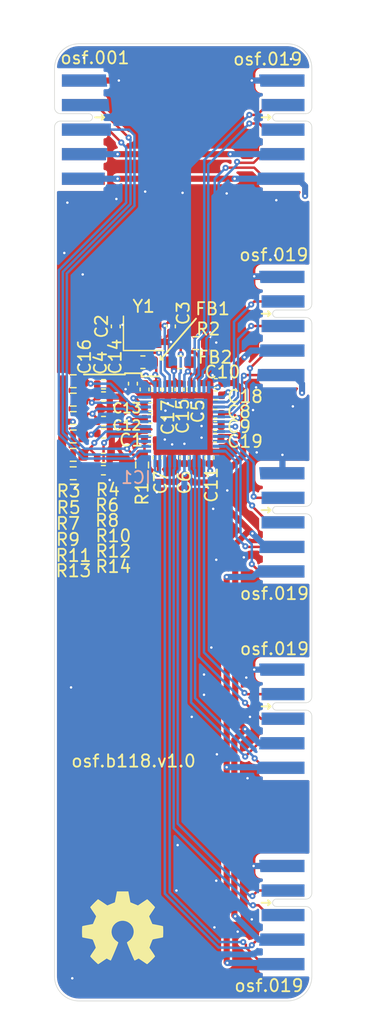
<source format=kicad_pcb>
(kicad_pcb (version 20211014) (generator pcbnew)
  (layers (0 "F.Cu" signal) (1 "In1.Cu" signal) (2 "In2.Cu" signal) (31 "B.Cu" signal) (34 "B.Paste" user) (35 "F.Paste" user) (36 "B.SilkS" user "B.Silkscreen") (37 "F.SilkS" user "F.Silkscreen") (38 "B.Mask" user) (39 "F.Mask" user) (44 "Edge.Cuts" user))
  (net 0 "")
  (net 1 "/switch/~{RESET}")
  (net 2 "GND")
  (net 3 "Net-(C2-Pad1)")
  (net 4 "Net-(C3-Pad1)")
  (net 5 "/switch/1.0V")
  (net 6 "/switch/3.3VA")
  (net 7 "/switch/1.0VA")
  (net 8 "/switch/RXP1")
  (net 9 "/switch/RXM1")
  (net 10 "/switch/TXM1")
  (net 11 "/switch/TXP1")
  (net 12 "/switch/RXP2")
  (net 13 "/switch/RXM2")
  (net 14 "/switch/TXM2")
  (net 15 "/switch/TXP2")
  (net 16 "/switch/RXP3")
  (net 17 "/switch/RXM3")
  (net 18 "/switch/TXM3")
  (net 19 "/switch/TXP3")
  (net 20 "/switch/RXP4")
  (net 21 "/switch/RXM4")
  (net 22 "/switch/TXM4")
  (net 23 "/switch/TXP4")
  (net 24 "/switch/SCL")
  (net 25 "/switch/SDA")
  (net 26 "/switch/LDIND")
  (net 27 "/switch/P0LED")
  (net 28 "/switch/P1LED")
  (net 29 "/switch/P2LED")
  (net 30 "/switch/P3LED")
  (net 31 "/switch/P4LED")
  (net 32 "Net-(IC1-Pad42)")
  (net 33 "/switch/RXP0")
  (net 34 "/switch/RXM0")
  (net 35 "/switch/TXM0")
  (net 36 "/switch/TXP0")
  (net 39 "+3.3V")
  (net 40 "+5V")
  (footprint "Resistor_SMD:R_0603_1608Metric" (layer "F.Cu") (at 141.525 125)
    (fp_text reference "R13")
    (fp_text value "1k")
  )
  (footprint "Resistor_SMD:R_0603_1608Metric" (layer "F.Cu") (at 147.15 124.325 90)
    (fp_text reference "R1")
    (fp_text value "10k")
  )
  (footprint "Capacitor_SMD:C_0402_1005Metric" (layer "F.Cu") (at 149.5 113.03 -90)
    (fp_text reference "C3")
    (fp_text value "22pF")
  )
  (footprint "Capacitor_SMD:C_0402_1005Metric" (layer "F.Cu") (at 150.6 123.73 90)
    (fp_text reference "C6")
    (fp_text value "1uF")
  )
  (footprint "Resistor_SMD:R_0603_1608Metric" (layer "F.Cu") (at 141.525 123.5)
    (fp_text reference "R11")
    (fp_text value "1k")
  )
  (footprint "Capacitor_SMD:C_0402_1005Metric" (layer "F.Cu") (at 151.15 118.17 -90)
    (fp_text reference "C5")
    (fp_text value "10uF")
  )
  (footprint "Resistor_SMD:R_0402_1005Metric" (layer "F.Cu") (at 143.99 124.75)
    (fp_text reference "R14")
    (fp_text value "d.n.p")
  )
  (footprint "Capacitor_SMD:C_0402_1005Metric" (layer "F.Cu") (at 153.1 122.1 180)
    (fp_text reference "C19")
    (fp_text value "1uF")
  )
  (footprint "on_edge:on_edge_2x05_host" (layer "F.Cu") (at 161 129 -90)
    (fp_text reference "J3")
    (fp_text value "019_100BASE-T_with_CT")
    (fp_line (start -0.2 0) (end 4 0) (layer "Edge.Cuts") (width 0.05))
    (fp_line (start -1.3 0.5) (end -1.3 2.9) (layer "Edge.Cuts") (width 0.05))
    (fp_line (start -4 0) (end -1.8 0) (layer "Edge.Cuts") (width 0.05))
    (fp_line (start -0.7 2.9) (end -0.7 0.5) (layer "Edge.Cuts") (width 0.05))
    (fp_arc (start -0.7 2.9) (mid -1 3.2) (end -1.3 2.9) (layer "Edge.Cuts") (width 0.05))
    (fp_arc (start -0.7 0.5) (mid -0.553553 0.146447) (end -0.2 0) (layer "Edge.Cuts") (width 0.05))
    (fp_arc (start -1.8 0) (mid -1.446447 0.146447) (end -1.3 0.5) (layer "Edge.Cuts") (width 0.05))
  )
  (footprint "Inductor_SMD:L_0603_1608Metric" (layer "F.Cu") (at 150.2375 115.95 180)
    (fp_text reference "FB2")
    (fp_text value "Ferrite_Bead_Small")
  )
  (footprint "Capacitor_SMD:C_0402_1005Metric" (layer "F.Cu") (at 147.35 118.17 -90)
    (fp_text reference "C16")
    (fp_text value "1uF")
  )
  (footprint "Crystal:Crystal_SMD_2520-4Pin_2.5x2.0mm" (layer "F.Cu") (at 147.275 113.6)
    (fp_text reference "Y1")
    (fp_text value "25Mhz")
  )
  (footprint "on_edge:on_edge_2x05_host" (layer "F.Cu") (at 161 97 -90)
    (fp_text reference "J6")
    (fp_text value "019_100BASE-T_with_CT")
    (fp_line (start -0.7 2.9) (end -0.7 0.5) (layer "Edge.Cuts") (width 0.05))
    (fp_line (start -1.3 0.5) (end -1.3 2.9) (layer "Edge.Cuts") (width 0.05))
    (fp_line (start -4 0) (end -1.8 0) (layer "Edge.Cuts") (width 0.05))
    (fp_line (start -0.2 0) (end 4 0) (layer "Edge.Cuts") (width 0.05))
    (fp_arc (start -0.7 0.5) (mid -0.553553 0.146447) (end -0.2 0) (layer "Edge.Cuts") (width 0.05))
    (fp_arc (start -0.7 2.9) (mid -1 3.2) (end -1.3 2.9) (layer "Edge.Cuts") (width 0.05))
    (fp_arc (start -1.8 0) (mid -1.446447 0.146447) (end -1.3 0.5) (layer "Edge.Cuts") (width 0.05))
  )
  (footprint "Symbol:OSHW-Symbol_6.7x6mm_SilkScreen" (layer "F.Cu") (at 145.55 162.05)
    (fp_text reference "LOGO1" hide)
    (fp_text value "Logo_Open_Hardware_Small" hide)
  )
  (footprint "Capacitor_SMD:C_0402_1005Metric" (layer "F.Cu") (at 150.2 118.17 -90)
    (fp_text reference "C15")
    (fp_text value "10uF")
  )
  (footprint "Resistor_SMD:R_0603_1608Metric" (layer "F.Cu") (at 141.525 122)
    (fp_text reference "R9")
    (fp_text value "1k")
  )
  (footprint "Capacitor_SMD:C_0402_1005Metric" (layer "F.Cu") (at 152.65 123.73 90)
    (fp_text reference "C11")
    (fp_text value "1uF")
  )
  (footprint "on_edge:on_edge_2x05_host" (layer "F.Cu") (at 161 113 -90)
    (fp_text reference "J2")
    (fp_text value "019_100BASE-T_with_CT")
    (fp_line (start -0.2 0) (end 4 0) (layer "Edge.Cuts") (width 0.05))
    (fp_line (start -0.7 2.9) (end -0.7 0.5) (layer "Edge.Cuts") (width 0.05))
    (fp_line (start -4 0) (end -1.8 0) (layer "Edge.Cuts") (width 0.05))
    (fp_line (start -1.3 0.5) (end -1.3 2.9) (layer "Edge.Cuts") (width 0.05))
    (fp_arc (start -1.8 0) (mid -1.446447 0.146447) (end -1.3 0.5) (layer "Edge.Cuts") (width 0.05))
    (fp_arc (start -0.7 2.9) (mid -1 3.2) (end -1.3 2.9) (layer "Edge.Cuts") (width 0.05))
    (fp_arc (start -0.7 0.5) (mid -0.553553 0.146447) (end -0.2 0) (layer "Edge.Cuts") (width 0.05))
  )
  (footprint "Resistor_SMD:R_0402_1005Metric" (layer "F.Cu") (at 144 120.75)
    (fp_text reference "R8")
    (fp_text value "d.n.p")
  )
  (footprint "Capacitor_SMD:C_0402_1005Metric" (layer "F.Cu") (at 146.4 117.7 -90)
    (fp_text reference "C4")
    (fp_text value "10uF")
  )
  (footprint "on_edge:on_edge_2x05_host" (layer "F.Cu") (at 161 161 -90)
    (fp_text reference "J5")
    (fp_text value "019_100BASE-T_with_CT")
    (fp_line (start -4 0) (end -1.8 0) (layer "Edge.Cuts") (width 0.05))
    (fp_line (start -0.7 2.9) (end -0.7 0.5) (layer "Edge.Cuts") (width 0.05))
    (fp_line (start -1.3 0.5) (end -1.3 2.9) (layer "Edge.Cuts") (width 0.05))
    (fp_line (start -0.2 0) (end 4 0) (layer "Edge.Cuts") (width 0.05))
    (fp_arc (start -0.7 0.5) (mid -0.553553 0.146447) (end -0.2 0) (layer "Edge.Cuts") (width 0.05))
    (fp_arc (start -0.7 2.9) (mid -1 3.2) (end -1.3 2.9) (layer "Edge.Cuts") (width 0.05))
    (fp_arc (start -1.8 0) (mid -1.446447 0.146447) (end -1.3 0.5) (layer "Edge.Cuts") (width 0.05))
  )
  (footprint "Resistor_SMD:R_0402_1005Metric" (layer "F.Cu") (at 144 118.75)
    (fp_text reference "R6")
    (fp_text value "d.n.p")
  )
  (footprint "Capacitor_SMD:C_0402_1005Metric" (layer "F.Cu") (at 147.82 122.3)
    (fp_text reference "C1")
    (fp_text value "10uF")
  )
  (footprint "Resistor_SMD:R_0402_1005Metric" (layer "F.Cu") (at 144 117.75)
    (fp_text reference "R4")
    (fp_text value "d.n.p")
  )
  (footprint "Capacitor_SMD:C_0402_1005Metric" (layer "F.Cu") (at 147.82 120.55)
    (fp_text reference "C12")
    (fp_text value "1uF")
  )
  (footprint "Capacitor_SMD:C_0402_1005Metric" (layer "F.Cu") (at 153.12 121.15 180)
    (fp_text reference "C9")
    (fp_text value "1uF")
  )
  (footprint "Capacitor_SMD:C_0402_1005Metric" (layer "F.Cu") (at 153.15 118.65 180)
    (fp_text reference "C18")
    (fp_text value "1uF")
  )
  (footprint "Capacitor_SMD:C_0402_1005Metric" (layer "F.Cu") (at 149.25 118.17 -90)
    (fp_text reference "C17")
    (fp_text value "1uF")
  )
  (footprint "Resistor_SMD:R_0603_1608Metric" (layer "F.Cu") (at 151.525 114.4)
    (fp_text reference "R2")
    (fp_text value "2.49k")
  )
  (footprint "Inductor_SMD:L_0603_1608Metric" (layer "F.Cu") (at 147.2125 115.95)
    (fp_text reference "FB1")
    (fp_text value "Ferrite_Bead_Small")
  )
  (footprint "Capacitor_SMD:C_0402_1005Metric" (layer "F.Cu") (at 148.3 118.17 -90)
    (fp_text reference "C14")
    (fp_text value "10uF")
  )
  (footprint "Resistor_SMD:R_0402_1005Metric" (layer "F.Cu") (at 143.99 123.75)
    (fp_text reference "R12")
    (fp_text value "d.n.p")
  )
  (footprint "Capacitor_SMD:C_0402_1005Metric" (layer "F.Cu") (at 147.82 119.6)
    (fp_text reference "C13")
    (fp_text value "1uF")
  )
  (footprint "Resistor_SMD:R_0603_1608Metric" (layer "F.Cu") (at 141.525 120.5)
    (fp_text reference "R7")
    (fp_text value "1k")
  )
  (footprint "on_edge:on_edge_2x05_host" (layer "F.Cu") (at 161 145 -90)
    (fp_text reference "J4")
    (fp_text value "019_100BASE-T_with_CT")
    (fp_line (start -0.7 2.9) (end -0.7 0.5) (layer "Edge.Cuts") (width 0.05))
    (fp_line (start -1.3 0.5) (end -1.3 2.9) (layer "Edge.Cuts") (width 0.05))
    (fp_line (start -0.2 0) (end 4 0) (layer "Edge.Cuts") (width 0.05))
    (fp_line (start -4 0) (end -1.8 0) (layer "Edge.Cuts") (width 0.05))
    (fp_arc (start -0.7 2.9) (mid -1 3.2) (end -1.3 2.9) (layer "Edge.Cuts") (width 0.05))
    (fp_arc (start -0.7 0.5) (mid -0.553553 0.146447) (end -0.2 0) (layer "Edge.Cuts") (width 0.05))
    (fp_arc (start -1.8 0) (mid -1.446447 0.146447) (end -1.3 0.5) (layer "Edge.Cuts") (width 0.05))
  )
  (footprint "Resistor_SMD:R_0603_1608Metric" (layer "F.Cu") (at 141.525 119)
    (fp_text reference "R5")
    (fp_text value "1k")
  )
  (footprint "Capacitor_SMD:C_0402_1005Metric" (layer "F.Cu") (at 153.13 120.15 180)
    (fp_text reference "C8")
    (fp_text value "1uF")
  )
  (footprint "Capacitor_SMD:C_0402_1005Metric" (layer "F.Cu") (at 148.4 123.73 90)
    (fp_text reference "C7")
    (fp_text value "1uF")
  )
  (footprint "Resistor_SMD:R_0603_1608Metric" (layer "F.Cu") (at 141.525 117.5)
    (fp_text reference "R3")
    (fp_text value "1k")
  )
  (footprint "on_edge:on_edge_2x05_device" (layer "F.Cu") (at 140 97 -90)
    (fp_text reference "J1")
    (fp_text value "001_I2C")
    (fp_line (start -1.3 -2.8) (end -1.3 -0.5) (layer "Edge.Cuts") (width 0.05))
    (fp_line (start -0.7 -0.5) (end -0.7 -2.8) (layer "Edge.Cuts") (width 0.05))
    (fp_line (start -0.2 0) (end 4 0) (layer "Edge.Cuts") (width 0.05))
    (fp_line (start -4 0) (end -1.8 0) (layer "Edge.Cuts") (width 0.05))
    (fp_arc (start -0.2 0) (mid -0.553553 -0.146447) (end -0.7 -0.5) (layer "Edge.Cuts") (width 0.05))
    (fp_arc (start -1.3 -0.5) (mid -1.446447 -0.146447) (end -1.8 0) (layer "Edge.Cuts") (width 0.05))
    (fp_arc (start -1.3 -2.8) (mid -1 -3.1) (end -0.7 -2.8) (layer "Edge.Cuts") (width 0.05))
  )
  (footprint "Capacitor_SMD:C_0402_1005Metric" (layer "F.Cu") (at 153.17 117.65 180)
    (fp_text reference "C10")
    (fp_text value "1uF")
  )
  (footprint "Capacitor_SMD:C_0402_1005Metric" (layer "F.Cu") (at 145 113.03 90)
    (fp_text reference "C2")
    (fp_text value "22pF")
  )
  (footprint "Resistor_SMD:R_0402_1005Metric" (layer "F.Cu") (at 144 121.75)
    (fp_text reference "R10")
    (fp_text value "d.n.p")
  )
  (footprint "b118:QFN40PEDITED" (layer "B.Cu") (at 150.4 121 180)
    (fp_text reference "IC1")
    (fp_text value "RTL8305NB-CG")
  )
  (gr_line (start 147.1 116.85) (end 145.75 116.85) (layer "F.SilkS") (width 0.15))
  (gr_line (start 151.55 112.4) (end 148.65 115.75) (layer "F.SilkS") (width 0.15))
  (gr_line (start 145.75 116.95) (end 142.4 116.95) (layer "F.SilkS") (width 0.15))
  (gr_line (start 148.65 115.45) (end 148.65 115.75) (layer "F.SilkS") (width 0.15))
  (gr_line (start 148.65 115.75) (end 148.65 115.45) (layer "F.SilkS") (width 0.15))
  (gr_line (start 148.85 115.75) (end 148.7 115.75) (layer "F.SilkS") (width 0.15))
  (gr_line (start 145.75 116.85) (end 145.75 116.95) (layer "F.SilkS") (width 0.15))
  (gr_line (start 148.5 117.1) (end 147.1 117.1) (layer "F.SilkS") (width 0.15))
  (gr_line (start 147.1 117.1) (end 147.1 116.85) (layer "F.SilkS") (width 0.15))
  (gr_line (start 142 90) (end 159 90) (layer "Edge.Cuts") (width 0.05))
  (gr_arc (start 161 166) (mid 160.414214 167.414214) (end 159 168) (layer "Edge.Cuts") (width 0.05))
  (gr_line (start 159 168) (end 142 168) (layer "Edge.Cuts") (width 0.05))
  (gr_line (start 161 133) (end 161 141) (layer "Edge.Cuts") (width 0.05))
  (gr_arc (start 159 90) (mid 160.414214 90.585786) (end 161 92) (layer "Edge.Cuts") (width 0.05))
  (gr_line (start 140 93) (end 140 92) (layer "Edge.Cuts") (width 0.05))
  (gr_line (start 161 92) (end 161 93) (layer "Edge.Cuts") (width 0.05))
  (gr_arc (start 142 168) (mid 140.585786 167.414214) (end 140 166) (layer "Edge.Cuts") (width 0.05))
  (gr_line (start 140 166) (end 140 101) (layer "Edge.Cuts") (width 0.05))
  (gr_arc (start 140 92) (mid 140.585786 90.585786) (end 142 90) (layer "Edge.Cuts") (width 0.05))
  (gr_line (start 161 165) (end 161 166) (layer "Edge.Cuts") (width 0.05))
  (gr_line (start 161 157) (end 161 149) (layer "Edge.Cuts") (width 0.05))
  (gr_line (start 161 101) (end 161 109) (layer "Edge.Cuts") (width 0.05))
  (gr_line (start 161 117) (end 161 125) (layer "Edge.Cuts") (width 0.05))
  (gr_text "osf.019" (at 157.5 166.75) (layer "F.SilkS") (effects (font (size 1 1))))
  (gr_text "osf.019" (at 157.9 107.2) (layer "F.SilkS") (effects (font (size 1 1))))
  (gr_text "osf.019" (at 157.4 91.25) (layer "F.SilkS") (effects (font (size 1 1))))
  (gr_text "osf.001" (at 143.3 91.15) (layer "F.SilkS") (effects (font (size 1 1))))
  (gr_text "osf.019" (at 157.95 134.8) (layer "F.SilkS") (effects (font (size 1 1))))
  (gr_text "osf.b118.v1.0" (at 146.45 148.45) (layer "F.SilkS") (effects (font (size 1 1))))
  (gr_text "osf.019" (at 157.95 139.3) (layer "F.SilkS") (effects (font (size 1 1))))
  (segment (start 145.913063 122.9965) (end 146.416563 123.5) (width 0.2) (layer "F.Cu") (net 1))
  (segment (start 147.34 122.3) (end 147.34 123.31) (width 0.2) (layer "F.Cu") (net 1))
  (segment (start 147.34 123.31) (end 147.15 123.5) (width 0.2) (layer "F.Cu") (net 1))
  (segment (start 146.416563 123.5) (end 147.15 123.5) (width 0.2) (layer "F.Cu") (net 1))
  (via (at 145.913063 122.9965) (size 0.5) (drill 0.2) (layers "F.Cu" "B.Cu") (net 1))
  (segment (start 146.527 97.45242) (end 146.07458 97) (width 0.2) (layer "B.Cu") (net 1))
  (segment (start 146.509563 122.4) (end 147.39 122.4) (width 0.2) (layer "B.Cu") (net 1))
  (segment (start 145.909563 123) (end 142.45 123) (width 0.2) (layer "B.Cu") (net 1))
  (segment (start 145.913063 122.9965) (end 145.909563 123) (width 0.2) (layer "B.Cu") (net 1))
  (segment (start 142.45 123) (end 141.004 121.554) (width 0.2) (layer "B.Cu") (net 1))
  (segment (start 145.913063 122.9965) (end 146.509563 122.4) (width 0.2) (layer "B.Cu") (net 1))
  (segment (start 146.527 103.197896) (end 146.527 97.45242) (width 0.2) (layer "B.Cu") (net 1))
  (segment (start 141.004 108.720896) (end 146.527 103.197896) (width 0.2) (layer "B.Cu") (net 1))
  (segment (start 141.004 121.554) (end 141.004 108.720896) (width 0.2) (layer "B.Cu") (net 1))
  (segment (start 146.07458 97) (end 142.6 97) (width 0.2) (layer "B.Cu") (net 1))
  (segment (start 149.5 113.51) (end 149.5 114.3) (width 0.2) (layer "F.Cu") (net 2))
  (segment (start 144.677 121.917) (end 144.677 123.573) (width 0.5) (layer "F.Cu") (net 2))
  (segment (start 145.35 112.9) (end 145 112.55) (width 0.2) (layer "F.Cu") (net 2))
  (segment (start 144.5 124.75) (end 144.5 125.55) (width 0.5) (layer "F.Cu") (net 2))
  (segment (start 152.65 122.13) (end 152.62 122.1) (width 0.2) (layer "F.Cu") (net 2))
  (segment (start 152.35 114.4) (end 153.15 114.4) (width 0.2) (layer "F.Cu") (net 2))
  (segment (start 158.6 124.95) (end 158.65 125) (width 0.5) (layer "F.Cu") (net 2))
  (segment (start 145.05 120.75) (end 145.1 120.7) (width 0.5) (layer "F.Cu") (net 2))
  (segment (start 158.6 123.5) (end 158.6 124.95) (width 0.5) (layer "F.Cu") (net 2))
  (segment (start 144.51 118.75) (end 144.51 120.75) (width 0.5) (layer "F.Cu") (net 2))
  (segment (start 148.3 118.65) (end 148.3 119.6) (width 0.2) (layer "F.Cu") (net 2))
  (segment (start 152.69 117.65) (end 152.69 118.63) (width 0.2) (layer "F.Cu") (net 2))
  (segment (start 148.3 122.3) (end 148.95 122.3) (width 0.2) (layer "F.Cu") (net 2))
  (segment (start 148.71 114.3) (end 149.5 113.51) (width 0.2) (layer "F.Cu") (net 2))
  (segment (start 150.6 123.25) (end 150.6 122.6) (width 0.2) (layer "F.Cu") (net 2))
  (segment (start 144.5 124.75) (end 144.5 123.75) (width 0.5) (layer "F.Cu") (net 2))
  (segment (start 158.65 109) (end 156.35 109) (width 0.5) (layer "F.Cu") (net 2))
  (segment (start 147.35 118.65) (end 148.3 118.65) (width 0.2) (layer "F.Cu") (net 2))
  (segment (start 152.9 117) (end 152.69 117.21) (width 0.2) (layer "F.Cu") (net 2))
  (segment (start 152.67 118.65) (end 152.6 118.65) (width 0.2) (layer "F.Cu") (net 2))
  (segment (start 150.2 118.65) (end 150.2 119.25) (width 0.2) (layer "F.Cu") (net 2))
  (segment (start 145.55 112.9) (end 145.35 112.9) (width 0.2) (layer "F.Cu") (net 2))
  (segment (start 148.3 119.6) (end 148.75 119.6) (width 0.2) (layer "F.Cu") (net 2))
  (segment (start 145.8 118.15) (end 144.57 118.15) (width 0.5) (layer "F.Cu") (net 2))
  (segment (start 145.8 118.15) (end 146.37 118.15) (width 0.2) (layer "F.Cu") (net 2))
  (segment (start 148.3 120.55) (end 149.05 120.55) (width 0.2) (layer "F.Cu") (net 2))
  (segment (start 152.65 120.15) (end 152 120.15) (width 0.2) (layer "F.Cu") (net 2))
  (segment (start 152.69 118.63) (end 152.67 118.65) (width 0.2) (layer "F.Cu") (net 2))
  (segment (start 151.15 118.65) (end 151.15 119.25) (width 0.2) (layer "F.Cu") (net 2))
  (segment (start 149 123.25) (end 149.6 122.65) (width 0.2) (layer "F.Cu") (net 2))
  (segment (start 153.15 114.4) (end 153.2 114.35) (width 0.2) (layer "F.Cu") (net 2))
  (segment (start 144.677 123.573) (end 144.5 123.75) (width 0.5) (layer "F.Cu") (net 2))
  (segment (start 148.75 119.6) (end 149.05 119.9) (width 0.2) (layer "F.Cu") (net 2))
  (segment (start 149.25 118.65) (end 149.25 119.3) (width 0.2) (layer "F.Cu") (net 2))
  (segment (start 144.6 112.55) (end 145 112.55) (width 0.5) (layer "F.Cu") (net 2))
  (segment (start 144.51 118.75) (end 144.51 118.09) (width 0.5) (layer "F.Cu") (net 2))
  (segment (start 158.65 141) (end 156.3 141) (width 0.5) (layer "F.Cu") (net 2))
  (segment (start 146.4 112.9) (end 145.55 112.9) (width 0.2) (layer "F.Cu") (net 2))
  (segment (start 148.95 122.3) (end 149 122.25) (width 0.2) (layer "F.Cu") (net 2))
  (segment (start 156.35 109) (end 156.3 108.95) (width 0.5) (layer "F.Cu") (net 2))
  (segment (start 156.25 157) (end 158.65 157) (width 0.5) (layer "F.Cu") (net 2))
  (segment (start 148.15 114.3) (end 148.71 114.3) (width 0.2) (layer "F.Cu") (net 2))
  (segment (start 142 116.15) (end 144.1 114.05) (width 0.5) (layer "F.Cu") (net 2))
  (segment (start 144.51 120.75) (end 145.05 120.75) (width 0.5) (layer "F.Cu") (net 2))
  (segment (start 142.35 93) (end 145.25 93) (width 0.5) (layer "F.Cu") (net 2))
  (segment (start 152.69 117.21) (end 152.69 117.65) (width 0.2) (layer "F.Cu") (net 2))
  (segment (start 146.37 118.15) (end 146.87 118.65) (width 0.2) (layer "F.Cu") (net 2))
  (segment (start 144.51 121.75) (end 144.677 121.917) (width 0.5) (layer "F.Cu") (net 2))
  (segment (start 144.1 113.05) (end 144.6 112.55) (width 0.5) (layer "F.Cu") (net 2))
  (segment (start 152.62 122.1) (end 152 122.1) (width 0.2) (layer "F.Cu") (net 2))
  (segment (start 144.51 118.09) (end 144.51 117.75) (width 0.5) (layer "F.Cu") (net 2))
  (segment (start 152.65 123.25) (end 152.65 122.13) (width 0.2) (layer "F.Cu") (net 2))
  (segment (start 146.87 118.65) (end 147.35 118.65) (width 0.2) (layer "F.Cu") (net 2))
  (segment (start 144.51 121.75) (end 144.51 120.75) (width 0.5) (layer "F.Cu") (net 2))
  (segment (start 156.1 93) (end 158.65 93) (width 0.5) (layer "F.Cu") (net 2))
  (segment (start 152.64 121.15) (end 152 121.15) (width 0.2) (layer "F.Cu") (net 2))
  (segment (start 148.4 123.25) (end 149 123.25) (width 0.2) (layer "F.Cu") (net 2))
  (segment (start 144.57 118.15) (end 144.51 118.09) (width 0.5) (layer "F.Cu") (net 2))
  (segment (start 145.25 93) (end 156.1 93) (width 0.5) (layer "F.Cu") (net 2))
  (segment (start 152.6 118.65) (end 152 119.25) (width 0.2) (layer "F.Cu") (net 2))
  (segment (start 144.1 114.05) (end 144.1 113.05) (width 0.5) (layer "F.Cu") (net 2))
  (via (at 149.95 159) (size 0.5) (drill 0.2) (layers "F.Cu" "B.Cu") (net 2))
  (via (at 156.25 157) (size 0.5) (drill 0.2) (layers "F.Cu" "B.Cu") (net 2))
  (via (at 158 107.25) (size 0.5) (drill 0.2) (layers "F.Cu" "B.Cu") (net 2))
  (via (at 142.3 108.8) (size 0.5) (drill 0.2) (layers "F.Cu" "B.Cu") (net 2))
  (via (at 153.05 162) (size 0.5) (drill 0.2) (layers "F.Cu" "B.Cu") (net 2))
  (via (at 152.9 117) (size 0.5) (drill 0.2) (layers "F.Cu" "B.Cu") (net 2))
  (via (at 156.45 118) (size 0.5) (drill 0.2) (layers "F.Cu" "B.Cu") (net 2))
  (via (at 156.2 119.85) (size 0.5) (drill 0.2) (layers "F.Cu" "B.Cu") (net 2))
  (via (at 156.5 123.3) (size 0.5) (drill 0.2) (layers "F.Cu" "B.Cu") (net 2))
  (via (at 140.8 107.05) (size 0.5) (drill 0.2) (layers "F.Cu" "B.Cu") (net 2))
  (via (at 151.2 144.85) (size 0.5) (drill 0.2) (layers "F.Cu" "B.Cu") (net 2))
  (via (at 145.1 120.7) (size 0.5) (drill 0.2) (layers "F.Cu" "B.Cu") (net 2))
  (via (at 155.65 141.65) (size 0.5) (drill 0.2) (layers "F.Cu" "B.Cu") (net 2))
  (via (at 156.3 141) (size 0.5) (drill 0.2) (layers "F.Cu" "B.Cu") (net 2))
  (via (at 145.25 93) (size 0.5) (drill 0.2) (layers "F.Cu" "B.Cu") (net 2))
  (via (at 153.2 158.2) (size 0.5) (drill 0.2) (layers "F.Cu" "B.Cu") (net 2))
  (via (at 152.95 127.9) (size 0.5) (drill 0.2) (layers "F.Cu" "B.Cu") (net 2))
  (via (at 142.4 91.15) (size 0.5) (drill 0.2) (layers "F.Cu" "B.Cu") (net 2))
  (via (at 153.2 114.35) (size 0.5) (drill 0.2) (layers "F.Cu" "B.Cu") (net 2))
  (via (at 142 116.15) (size 0.5) (drill 0.2) (layers "F.Cu" "B.Cu") (net 2))
  (via (at 149.05 119.9) (size 0.5) (drill 0.2) (layers "F.Cu" "B.Cu") (net 2))
  (via (at 153.2 132.05) (size 0.5) (drill 0.2) (layers "F.Cu" "B.Cu") (net 2))
  (via (at 152 121.15) (size 0.5) (drill 0.2) (layers "F.Cu" "B.Cu") (net 2))
  (via (at 152 120.15) (size 0.5) (drill 0.2) (layers "F.Cu" "B.Cu") (net 2))
  (via (at 145.05 102.65) (size 0.5) (drill 0.2) (layers "F.Cu" "B.Cu") (net 2))
  (via (at 156.1 161.35) (size 0.5) (drill 0.2) (layers "F.Cu" "B.Cu") (net 2))
  (via (at 155.95 144.85) (size 0.5) (drill 0.2) (layers "F.Cu" "B.Cu") (net 2))
  (via (at 151.15 119.25) (size 0.5) (drill 0.2) (layers "F.Cu" "B.Cu") (net 2))
  (via (at 150.45 102.15) (size 0.5) (drill 0.2) (layers "F.Cu" "B.Cu") (net 2))
  (via (at 152.8 139.2) (size 0.5) (drill 0.2) (layers "F.Cu" "B.Cu") (net 2))
  (via (at 149.6 122.65) (size 0.5) (drill 0.2) (layers "F.Cu" "B.Cu") (net 2))
  (via (at 150.05 155.3) (size 0.5) (drill 0.2) (layers "F.Cu" "B.Cu") (net 2))
  (via (at 154.95 162.35) (size 0.5) (drill 0.2) (layers "F.Cu" "B.Cu") (net 2))
  (via (at 141.05 102.95) (size 0.5) (drill 0.2) (layers "F.Cu" "B.Cu") (net 2))
  (via (at 156.3 108.95) (size 0.5) (drill 0.2) (layers "F.Cu" "B.Cu") (net 2))
  (via (at 158.6 123.5) (size 0.5) (drill 0.2) (layers "F.Cu" "B.Cu") (net 2))
  (via (at 148.35 126.55) (size 0.5) (drill 0.2) (layers "F.Cu" "B.Cu") (net 2))
  (via (at 154.1 126.4) (size 0.5) (drill 0.2) (layers "F.Cu" "B.Cu") (net 2))
  (via (at 153.25 147.9) (size 0.5) (drill 0.2) (layers "F.Cu" "B.Cu") (net 2))
  (via (at 155.75 149.85) (size 0.5) (drill 0.2) (layers "F.Cu" "B.Cu") (net 2))
  (via (at 152 122.1) (size 0.5) (drill 0.2) (layers "F.Cu" "B.Cu") (net 2))
  (via (at 147.4 102.05) (size 0.5) (drill 0.2) (layers "F.Cu" "B.Cu") (net 2))
  (via (at 152.2 141.4) (size 0.5) (drill 0.2) (layers "F.Cu" "B.Cu") (net 2))
  (via (at 141.35 142.45) (size 0.5) (drill 0.2) (layers "F.Cu" "B.Cu") (net 2))
  (via (at 155.45 131.85) (size 0.5) (drill 0.2) (layers "F.Cu" "B.Cu") (net 2))
  (via (at 156.1 93) (size 0.5) (drill 0.2) (layers "F.Cu" "B.Cu") (net 2))
  (via (at 159.3 91.25) (size 0.5) (drill 0.2) (layers "F.Cu" "B.Cu") (net 2))
  (via (at 149.05 120.55) (size 0.5) (drill 0.2) (layers "F.Cu" "B.Cu") (net 2))
  (via (at 152.2 143.05) (size 0.5) (drill 0.2) (layers "F.Cu" "B.Cu") (net 2))
  (via (at 141.7 126.15) (size 0.5) (drill 0.2) (layers "F.Cu" "B.Cu") (net 2))
  (via (at 149.5 114.3) (size 0.5) (drill 0.2) (layers "F.Cu" "B.Cu") (net 2))
  (via (at 150.6 126.4) (size 0.5) (drill 0.2) (layers "F.Cu" "B.Cu") (net 2))
  (via (at 145.55 112.9) (size 0.5) (drill 0.2) (layers "F.Cu" "B.Cu") (net 2))
  (via (at 141.45 166.15) (size 0.5) (drill 0.2) (layers "F.Cu" "B.Cu") (net 2))
  (via (at 158.1 102.75) (size 0.5) (drill 0.2) (layers "F.Cu" "B.Cu") (net 2))
  (via (at 150.2 119.25) (size 0.5) (drill 0.2) (layers "F.Cu" "B.Cu") (net 2))
  (via (at 144.5 125.55) (size 0.5) (drill 0.2) (layers "F.Cu" "B.Cu") (net 2))
  (via (at 150.6 122.6) (size 0.5) (drill 0.2) (layers "F.Cu" "B.Cu") (net 2))
  (via (at 145.8 118.15) (size 0.5) (drill 0.2) (layers "F.Cu" "B.Cu") (net 2))
  (via (at 149 122.25) (size 0.5) (drill 0.2) (layers "F.Cu" "B.Cu") (net 2))
  (via (at 149.25 119.3) (size 0.5) (drill 0.2) (layers "F.Cu" "B.Cu") (net 2))
  (via (at 152 119.25) (size 0.5) (drill 0.2) (layers "F.Cu" "B.Cu") (net 2))
  (via (at 154.05 102.2) (size 0.5) (drill 0.2) (layers "F.Cu" "B.Cu") (net 2))
  (via (at 159.45 119.55) (size 0.5) (drill 0.2) (layers "F.Cu" "B.Cu") (net 2))
  (segment (start 145.1 120.7) (end 143.436712 120.7) (width 0.5) (layer "B.Cu") (net 2))
  (segment (start 158.6 157) (end 156.25 157) (width 0.5) (layer "B.Cu") (net 2))
  (segment (start 158.6 93) (end 156.1 93) (width 0.5) (layer "B.Cu") (net 2))
  (segment (start 158.6 125) (end 158.6 123.5) (width 0.5) (layer "B.Cu") (net 2))
  (segment (start 142 120.35) (end 142 116.15) (width 0.5) (layer "B.Cu") (net 2))
  (segment (start 143.336712 120.8) (end 142.45 120.8) (width 0.5) (layer "B.Cu") (net 2))
  (segment (start 158.55 108.95) (end 158.6 109) (width 0.5) (layer "B.Cu") (net 2))
  (segment (start 156.3 108.95) (end 158.55 108.95) (width 0.5) (layer "B.Cu") (net 2))
  (segment (start 142.45 120.8) (end 142 120.35) (width 0.5) (layer "B.Cu") (net 2))
  (segment (start 156.3 141) (end 158.6 141) (width 0.5) (layer "B.Cu") (net 2))
  (segment (start 143.436712 120.7) (end 143.336712 120.8) (width 0.5) (layer "B.Cu") (net 2))
  (segment (start 146.75 114.3) (end 146.4 114.3) (width 0.2) (layer "F.Cu") (net 3))
  (segment (start 145 113.51) (end 145.61 113.51) (width 0.2) (layer "F.Cu") (net 3))
  (segment (start 148.5235 115.182428) (end 147.632428 115.182428) (width 0.2) (layer "F.Cu") (net 3))
  (segment (start 147.632428 115.182428) (end 146.75 114.3) (width 0.2) (layer "F.Cu") (net 3))
  (segment (start 145.61 113.51) (end 146.4 114.3) (width 0.2) (layer "F.Cu") (net 3))
  (via (at 148.5235 115.182428) (size 0.5) (drill 0.2) (layers "F.Cu" "B.Cu") (net 3))
  (segment (start 148.673 116.823) (end 148.673 116.05) (width 0.2) (layer "B.Cu") (net 3))
  (segment (start 148.673 115.331928) (end 148.5235 115.182428) (width 0.2) (layer "B.Cu") (net 3))
  (segment (start 149 117.99) (end 149 117.15) (width 0.2) (layer "B.Cu") (net 3))
  (segment (start 148.673 116.05) (end 148.673 115.331928) (width 0.2) (layer "B.Cu") (net 3))
  (segment (start 148.8 116.95) (end 148.673 116.823) (width 0.2) (layer "B.Cu") (net 3))
  (segment (start 149 117.15) (end 148.8 116.95) (width 0.2) (layer "B.Cu") (net 3))
  (segment (start 149.421176 112.55) (end 148.989882 112.981294) (width 0.2) (layer "F.Cu") (net 4))
  (segment (start 149.5 112.55) (end 149.421176 112.55) (width 0.2) (layer "F.Cu") (net 4))
  (segment (start 148.989882 112.981294) (end 148.231294 112.981294) (width 0.2) (layer "F.Cu") (net 4))
  (segment (start 148.231294 112.981294) (end 148.15 112.9) (width 0.2) (layer "F.Cu") (net 4))
  (via (at 148.989882 112.981294) (size 0.5) (drill 0.2) (layers "F.Cu" "B.Cu") (net 4))
  (segment (start 149.4 117) (end 149.15 116.75) (width 0.2) (layer "B.Cu") (net 4))
  (segment (start 149 112.991412) (end 148.989882 112.981294) (width 0.2) (layer "B.Cu") (net 4))
  (segment (start 149.4 117.99) (end 149.4 117) (width 0.2) (layer "B.Cu") (net 4))
  (segment (start 149.15 116.75) (end 149 116.6) (width 0.2) (layer "B.Cu") (net 4))
  (segment (start 149 116) (end 149 112.991412) (width 0.2) (layer "B.Cu") (net 4))
  (segment (start 149 116.6) (end 149 116) (width 0.2) (layer "B.Cu") (net 4))
  (segment (start 146.436765 118.890638) (end 146.630638 118.890638) (width 0.2) (layer "F.Cu") (net 5))
  (segment (start 154.75 121.2) (end 153.65 121.2) (width 0.2) (layer "F.Cu") (net 5))
  (segment (start 150.977091 116.8) (end 151.05 116.8) (width 0.2) (layer "F.Cu") (net 5))
  (segment (start 151.15 116.9) (end 151.15 117.69) (width 0.2) (layer "F.Cu") (net 5))
  (segment (start 151.025 116.775) (end 151.05 116.8) (width 0.2) (layer "F.Cu") (net 5))
  (segment (start 148.45 125.05) (end 148.45 124.26) (width 0.2) (layer "F.Cu") (net 5))
  (segment (start 150.882937 116.705846) (end 150.977091 116.8) (width 0.2) (layer "F.Cu") (net 5))
  (segment (start 152.7 124.8) (end 152.7 124.26) (width 0.2) (layer "F.Cu") (net 5))
  (segment (start 148.45 124.26) (end 148.4 124.21) (width 0.2) (layer "F.Cu") (net 5))
  (segment (start 151.025 115.95) (end 151.025 116.775) (width 0.2) (layer "F.Cu") (net 5))
  (segment (start 153.65 121.2) (end 153.6 121.15) (width 0.2) (layer "F.Cu") (net 5))
  (segment (start 152.7 124.26) (end 152.65 124.21) (width 0.2) (layer "F.Cu") (net 5))
  (segment (start 151.05 116.8) (end 151.15 116.9) (width 0.2) (layer "F.Cu") (net 5))
  (segment (start 146.630638 118.890638) (end 147.34 119.6) (width 0.2) (layer "F.Cu") (net 5))
  (segment (start 154.1735 118.4) (end 153.88 118.4) (width 0.2) (layer "F.Cu") (net 5))
  (segment (start 153.88 118.4) (end 153.63 118.65) (width 0.2) (layer "F.Cu") (net 5))
  (via (at 152.7 124.8) (size 0.5) (drill 0.2) (layers "F.Cu" "B.Cu") (net 5))
  (via (at 148.45 125.05) (size 0.5) (drill 0.2) (layers "F.Cu" "B.Cu") (net 5))
  (via (at 146.436765 118.890638) (size 0.5) (drill 0.2) (layers "F.Cu" "B.Cu") (net 5))
  (via (at 154.1735 118.4) (size 0.5) (drill 0.2) (layers "F.Cu" "B.Cu") (net 5))
  (via (at 150.882937 116.705846) (size 0.5) (drill 0.2) (layers "F.Cu" "B.Cu") (net 5))
  (via (at 154.75 121.2) (size 0.5) (drill 0.2) (layers "F.Cu" "B.Cu") (net 5))
  (segment (start 148.6 124.9) (end 148.45 125.05) (width 0.2) (layer "B.Cu") (net 5))
  (segment (start 153.41 118.8) (end 153.7735 118.8) (width 0.2) (layer "B.Cu") (net 5))
  (segment (start 146.436765 118.890638) (end 146.527403 118.8) (width 0.2) (layer "B.Cu") (net 5))
  (segment (start 146.746127 119.2) (end 147.39 119.2) (width 0.2) (layer "B.Cu") (net 5))
  (segment (start 148.2 124.01) (end 148.2 124.8) (width 0.2) (layer "B.Cu") (net 5))
  (segment (start 153.7735 118.8) (end 154.1735 118.4) (width 0.2) (layer "B.Cu") (net 5))
  (segment (start 153.41 121.2) (end 154.75 121.2) (width 0.2) (layer "B.Cu") (net 5))
  (segment (start 152.6 124.01) (end 152.6 124.7) (width 0.2) (layer "B.Cu") (net 5))
  (segment (start 152.6 124.7) (end 152.7 124.8) (width 0.2) (layer "B.Cu") (net 5))
  (segment (start 146.436765 118.890638) (end 146.746127 119.2) (width 0.2) (layer "B.Cu") (net 5))
  (segment (start 148.2 124.8) (end 148.45 125.05) (width 0.2) (layer "B.Cu") (net 5))
  (segment (start 146.527403 118.8) (end 147.39 118.8) (width 0.2) (layer "B.Cu") (net 5))
  (segment (start 150.6 116.988783) (end 150.6 117.99) (width 0.2) (layer "B.Cu") (net 5))
  (segment (start 148.6 124.01) (end 148.6 124.9) (width 0.2) (layer "B.Cu") (net 5))
  (segment (start 150.882937 116.705846) (end 150.6 116.988783) (width 0.2) (layer "B.Cu") (net 5))
  (segment (start 148.3 116.25) (end 148 115.95) (width 0.2) (layer "F.Cu") (net 6))
  (segment (start 148.3 117.69) (end 148.3 116.25) (width 0.2) (layer "F.Cu") (net 6))
  (segment (start 147.35 117.69) (end 148.3 117.69) (width 0.2) (layer "F.Cu") (net 6))
  (via (at 148.221928 116.976582) (size 0.5) (drill 0.2) (layers "F.Cu" "B.Cu") (net 6))
  (segment (start 148.6 117.99) (end 148.6 117.354654) (width 0.2) (layer "B.Cu") (net 6))
  (segment (start 148.6 117.354654) (end 148.221928 116.976582) (width 0.2) (layer "B.Cu") (net 6))
  (segment (start 149.748734 116.248734) (end 149.45 115.95) (width 0.5) (layer "F.Cu") (net 7))
  (segment (start 149.748734 117.238734) (end 149.748734 116.671428) (width 0.2) (layer "F.Cu") (net 7))
  (segment (start 149.748734 116.671428) (end 149.748734 116.248734) (width 0.5) (layer "F.Cu") (net 7))
  (segment (start 149.25 117.69) (end 150.2 117.69) (width 0.5) (layer "F.Cu") (net 7))
  (segment (start 150.2 117.69) (end 149.748734 117.238734) (width 0.2) (layer "F.Cu") (net 7))
  (via (at 149.748734 116.671428) (size 0.5) (drill 0.2) (layers "F.Cu" "B.Cu") (net 7))
  (segment (start 149.748734 116.671428) (end 149.748734 117.398734) (width 0.2) (layer "B.Cu") (net 7))
  (segment (start 149.748734 117.398734) (end 149.8 117.45) (width 0.2) (layer "B.Cu") (net 7))
  (segment (start 149.8 117.45) (end 149.8 117.99) (width 0.2) (layer "B.Cu") (net 7))
  (segment (start 156.05 111.25) (end 156.3 111) (width 0.2) (layer "F.Cu") (net 8))
  (segment (start 156.3 111) (end 158.65 111) (width 0.2) (layer "F.Cu") (net 8))
  (via (at 156.05 111.25) (size 0.5) (drill 0.2) (layers "F.Cu" "B.Cu") (net 8))
  (segment (start 154.65 118.65) (end 154.65 117.95) (width 0.2) (layer "B.Cu") (net 8))
  (segment (start 154.65 112.65) (end 156.05 111.25) (width 0.2) (layer "B.Cu") (net 8))
  (segment (start 153.41 119.2) (end 154.1 119.2) (width 0.2) (layer "B.Cu") (net 8))
  (segment (start 154.65 117.95) (end 154.65 112.65) (width 0.2) (layer "B.Cu") (net 8))
  (segment (start 154.1 119.2) (end 154.65 118.65) (width 0.2) (layer "B.Cu") (net 8))
  (segment (start 156.05 113) (end 158.65 113) (width 0.2) (layer "F.Cu") (net 9))
  (via (at 156.05 113) (size 0.5) (drill 0.2) (layers "F.Cu" "B.Cu") (net 9))
  (segment (start 154.977 118.785448) (end 154.977 118.45) (width 0.2) (layer "B.Cu") (net 9))
  (segment (start 154.977 114.073) (end 156.05 113) (width 0.2) (layer "B.Cu") (net 9))
  (segment (start 154.162448 119.6) (end 154.681224 119.081224) (width 0.2) (layer "B.Cu") (net 9))
  (segment (start 154.977 118.45) (end 154.977 114.073) (width 0.2) (layer "B.Cu") (net 9))
  (segment (start 153.41 119.6) (end 154.162448 119.6) (width 0.2) (layer "B.Cu") (net 9))
  (segment (start 154.681224 119.081224) (end 154.977 118.785448) (width 0.2) (layer "B.Cu") (net 9))
  (segment (start 155.4535 117.05) (end 155.5035 117) (width 0.2) (layer "F.Cu") (net 10))
  (segment (start 155.5035 117) (end 158.65 117) (width 0.2) (layer "F.Cu") (net 10))
  (via (at 155.4535 117.05) (size 0.5) (drill 0.2) (layers "F.Cu" "B.Cu") (net 10))
  (segment (start 154.25 120) (end 154.75 119.5) (width 0.2) (layer "B.Cu") (net 10))
  (segment (start 154.75 119.5) (end 155.304 118.946) (width 0.2) (layer "B.Cu") (net 10))
  (segment (start 153.41 120) (end 154.25 120) (width 0.2) (layer "B.Cu") (net 10))
  (segment (start 155.304 118.65) (end 155.304 117.1995) (width 0.2) (layer "B.Cu") (net 10))
  (segment (start 155.304 117.1995) (end 155.4535 117.05) (width 0.2) (layer "B.Cu") (net 10))
  (segment (start 155.304 118.946) (end 155.304 118.65) (width 0.2) (layer "B.Cu") (net 10))
  (segment (start 157.4 115) (end 158.65 115) (width 0.2) (layer "F.Cu") (net 11))
  (segment (start 155.95 116.45) (end 157.4 115) (width 0.2) (layer "F.Cu") (net 11))
  (via (at 155.95 116.45) (size 0.5) (drill 0.2) (layers "F.Cu" "B.Cu") (net 11))
  (segment (start 154.312448 120.4) (end 153.41 120.4) (width 0.2) (layer "B.Cu") (net 11))
  (segment (start 155.65 117.65) (end 155.65 119.062448) (width 0.2) (layer "B.Cu") (net 11))
  (segment (start 155.95 117.35) (end 155.65 117.65) (width 0.2) (layer "B.Cu") (net 11))
  (segment (start 155.95 116.45) (end 155.95 117.35) (width 0.2) (layer "B.Cu") (net 11))
  (segment (start 155.65 119.062448) (end 154.312448 120.4) (width 0.2) (layer "B.Cu") (net 11))
  (segment (start 156.25 126.9) (end 156.35 127) (width 0.2) (layer "F.Cu") (net 12))
  (segment (start 156.35 127) (end 158.65 127) (width 0.2) (layer "F.Cu") (net 12))
  (via (at 156.25 126.9) (size 0.5) (drill 0.2) (layers "F.Cu" "B.Cu") (net 12))
  (segment (start 154.137344 122) (end 156.25 124.112656) (width 0.2) (layer "B.Cu") (net 12))
  (segment (start 153.41 122) (end 154.137344 122) (width 0.2) (layer "B.Cu") (net 12))
  (segment (start 156.25 124.112656) (end 156.25 126.9) (width 0.2) (layer "B.Cu") (net 12))
  (segment (start 156.127971 127.677971) (end 157.45 129) (width 0.2) (layer "F.Cu") (net 13))
  (segment (start 157.45 129) (end 158.65 129) (width 0.2) (layer "F.Cu") (net 13))
  (segment (start 156.127971 127.627432) (end 156.127971 127.677971) (width 0.2) (layer "F.Cu") (net 13))
  (via (at 156.127971 127.627432) (size 0.5) (drill 0.2) (layers "F.Cu" "B.Cu") (net 13))
  (segment (start 154.074896 122.4) (end 155.773 124.098104) (width 0.2) (layer "B.Cu") (net 13))
  (segment (start 155.773 124.098104) (end 155.773 127.272461) (width 0.2) (layer "B.Cu") (net 13))
  (segment (start 155.773 127.272461) (end 156.127971 127.627432) (width 0.2) (layer "B.Cu") (net 13))
  (segment (start 153.41 122.4) (end 154.074896 122.4) (width 0.2) (layer "B.Cu") (net 13))
  (segment (start 156.7 133) (end 158.65 133) (width 0.2) (layer "F.Cu") (net 14))
  (segment (start 156.1 132.4) (end 156.7 133) (width 0.2) (layer "F.Cu") (net 14))
  (via (at 156.1 132.4) (size 0.5) (drill 0.2) (layers "F.Cu" "B.Cu") (net 14))
  (segment (start 156.1 130.8) (end 156.1 132.4) (width 0.2) (layer "B.Cu") (net 14))
  (segment (start 155.177 123.964552) (end 155.177 129.877) (width 0.2) (layer "B.Cu") (net 14))
  (segment (start 154.012448 122.8) (end 155.177 123.964552) (width 0.2) (layer "B.Cu") (net 14))
  (segment (start 153.41 122.8) (end 154.012448 122.8) (width 0.2) (layer "B.Cu") (net 14))
  (segment (start 155.177 129.877) (end 156.1 130.8) (width 0.2) (layer "B.Cu") (net 14))
  (segment (start 155.574813 130.948687) (end 155.626126 131) (width 0.2) (layer "F.Cu") (net 15))
  (segment (start 155.626126 131) (end 158.65 131) (width 0.2) (layer "F.Cu") (net 15))
  (via (at 155.574813 130.948687) (size 0.5) (drill 0.2) (layers "F.Cu" "B.Cu") (net 15))
  (segment (start 155.574813 130.948687) (end 154.85 130.223874) (width 0.2) (layer "B.Cu") (net 15))
  (segment (start 153.95 123.2) (end 153.41 123.2) (width 0.2) (layer "B.Cu") (net 15))
  (segment (start 154.85 130.223874) (end 154.85 124.1) (width 0.2) (layer "B.Cu") (net 15))
  (segment (start 154.85 124.1) (end 153.95 123.2) (width 0.2) (layer "B.Cu") (net 15))
  (segment (start 155.5 142.9) (end 155.6 143) (width 0.2) (layer "F.Cu") (net 16))
  (segment (start 155.6 143) (end 158.65 143) (width 0.2) (layer "F.Cu") (net 16))
  (via (at 155.5 142.9) (size 0.5) (drill 0.2) (layers "F.Cu" "B.Cu") (net 16))
  (segment (start 152.2 139.6) (end 155.5 142.9) (width 0.2) (layer "B.Cu") (net 16))
  (segment (start 152.2 124.01) (end 152.2 139.6) (width 0.2) (layer "B.Cu") (net 16))
  (segment (start 158.65 145) (end 156.85 145) (width 0.2) (layer "F.Cu") (net 17))
  (segment (start 156.85 145) (end 155.55 143.7) (width 0.2) (layer "F.Cu") (net 17))
  (via (at 155.55 143.7) (size 0.5) (drill 0.2) (layers "F.Cu" "B.Cu") (net 17))
  (segment (start 155.55 143.7) (end 151.8 139.95) (width 0.2) (layer "B.Cu") (net 17))
  (segment (start 151.8 139.95) (end 151.8 124.01) (width 0.2) (layer "B.Cu") (net 17))
  (segment (start 157.1 149) (end 158.65 149) (width 0.2) (layer "F.Cu") (net 18))
  (segment (start 156.333773 148.233773) (end 157.1 149) (width 0.2) (layer "F.Cu") (net 18))
  (via (at 156.333773 148.233773) (size 0.5) (drill 0.2) (layers "F.Cu" "B.Cu") (net 18))
  (segment (start 156.333773 148.233773) (end 156.333773 148.183773) (width 0.2) (layer "B.Cu") (net 18))
  (segment (start 151.4 124.654) (end 151.4 124.01) (width 0.2) (layer "B.Cu") (net 18))
  (segment (start 156.333773 148.183773) (end 151.473 143.323) (width 0.2) (layer "B.Cu") (net 18))
  (segment (start 151.473 143.323) (end 151.473 124.727) (width 0.2) (layer "B.Cu") (net 18))
  (segment (start 151.473 124.727) (end 151.4 124.654) (width 0.2) (layer "B.Cu") (net 18))
  (segment (start 155.563063 148.086937) (end 156.65 147) (width 0.2) (layer "F.Cu") (net 19))
  (segment (start 156.65 147) (end 158.65 147) (width 0.2) (layer "F.Cu") (net 19))
  (via (at 155.563063 148.086937) (size 0.5) (drill 0.2) (layers "F.Cu" "B.Cu") (net 19))
  (segment (start 151 124.716448) (end 151 124.01) (width 0.2) (layer "B.Cu") (net 19))
  (segment (start 151.146 143.669874) (end 151.146 124.862448) (width 0.2) (layer "B.Cu") (net 19))
  (segment (start 155.563063 148.086937) (end 151.146 143.669874) (width 0.2) (layer "B.Cu") (net 19))
  (segment (start 151.146 124.862448) (end 151 124.716448) (width 0.2) (layer "B.Cu") (net 19))
  (segment (start 156.15 159.45) (end 156.6 159) (width 0.2) (layer "F.Cu") (net 20))
  (segment (start 156.6 159) (end 158.65 159) (width 0.2) (layer "F.Cu") (net 20))
  (via (at 156.15 159.45) (size 0.5) (drill 0.2) (layers "F.Cu" "B.Cu") (net 20))
  (segment (start 150.054 153.554) (end 150.054 124.862448) (width 0.2) (layer "B.Cu") (net 20))
  (segment (start 150.2 124.716448) (end 150.2 124.01) (width 0.2) (layer "B.Cu") (net 20))
  (segment (start 155.95 159.45) (end 150.054 153.554) (width 0.2) (layer "B.Cu") (net 20))
  (segment (start 156.15 159.45) (end 155.95 159.45) (width 0.2) (layer "B.Cu") (net 20))
  (segment (start 150.054 124.862448) (end 150.2 124.716448) (width 0.2) (layer "B.Cu") (net 20))
  (segment (start 156.65 160.2) (end 157.45 161) (width 0.2) (layer "F.Cu") (net 21))
  (segment (start 156.2 160.2) (end 156.65 160.2) (width 0.2) (layer "F.Cu") (net 21))
  (segment (start 157.45 161) (end 158.65 161) (width 0.2) (layer "F.Cu") (net 21))
  (via (at 156.2 160.2) (size 0.5) (drill 0.2) (layers "F.Cu" "B.Cu") (net 21))
  (segment (start 156 160.2) (end 156.2 160.2) (width 0.2) (layer "B.Cu") (net 21))
  (segment (start 149.727 153.927) (end 156 160.2) (width 0.2) (layer "B.Cu") (net 21))
  (segment (start 149.727 124.727) (end 149.727 153.927) (width 0.2) (layer "B.Cu") (net 21))
  (segment (start 149.8 124.01) (end 149.8 124.654) (width 0.2) (layer "B.Cu") (net 21))
  (segment (start 149.8 124.654) (end 149.727 124.727) (width 0.2) (layer "B.Cu") (net 21))
  (segment (start 156.97542 165) (end 158.65 165) (width 0.2) (layer "F.Cu") (net 22))
  (segment (start 155.623 163.64758) (end 156.97542 165) (width 0.2) (layer "F.Cu") (net 22))
  (segment (start 155.4 163.2005) (end 155.623 163.4235) (width 0.2) (layer "F.Cu") (net 22))
  (segment (start 155.623 163.4235) (end 155.623 163.64758) (width 0.2) (layer "F.Cu") (net 22))
  (via (at 155.4 163.2005) (size 0.5) (drill 0.2) (layers "F.Cu" "B.Cu") (net 22))
  (segment (start 149.4 159.15) (end 149.4 124.01) (width 0.2) (layer "B.Cu") (net 22))
  (segment (start 153.4505 163.2005) (end 149.4 159.15) (width 0.2) (layer "B.Cu") (net 22))
  (segment (start 155.4 163.2005) (end 153.4505 163.2005) (width 0.2) (layer "B.Cu") (net 22))
  (segment (start 158.65 163) (end 156.55 163) (width 0.2) (layer "F.Cu") (net 23))
  (segment (start 156.55 163) (end 156.1 163.45) (width 0.2) (layer "F.Cu") (net 23))
  (via (at 156.1 163.45) (size 0.5) (drill 0.2) (layers "F.Cu" "B.Cu") (net 23))
  (segment (start 154.52542 163.65) (end 154.55242 163.677) (width 0.2) (layer "B.Cu") (net 23))
  (segment (start 155.873 163.677) (end 156.1 163.45) (width 0.2) (layer "B.Cu") (net 23))
  (segment (start 149 124.01) (end 149 159.25) (width 0.2) (layer "B.Cu") (net 23))
  (segment (start 153.4 163.65) (end 154.52542 163.65) (width 0.2) (layer "B.Cu") (net 23))
  (segment (start 154.55242 163.677) (end 155.873 163.677) (width 0.2) (layer "B.Cu") (net 23))
  (segment (start 149 159.25) (end 153.4 163.65) (width 0.2) (layer "B.Cu") (net 23))
  (segment (start 144.4 97) (end 142.35 97) (width 0.2) (layer "F.Cu") (net 24))
  (segment (start 145.45 98.05) (end 144.4 97) (width 0.2) (layer "F.Cu") (net 24))
  (via (at 145.45 98.05) (size 0.5) (drill 0.2) (layers "F.Cu" "B.Cu") (net 24))
  (segment (start 146.35 123.8) (end 146.95 123.2) (width 0.2) (layer "B.Cu") (net 24))
  (segment (start 146.95 123.2) (end 147.39 123.2) (width 0.2) (layer "B.Cu") (net 24))
  (segment (start 145.85 98.45) (end 145.85 102.95) (width 0.2) (layer "B.Cu") (net 24))
  (segment (start 140.35 121.824896) (end 142.325104 123.8) (width 0.2) (layer "B.Cu") (net 24))
  (segment (start 142.325104 123.8) (end 146.35 123.8) (width 0.2) (layer "B.Cu") (net 24))
  (segment (start 145.45 98.05) (end 145.85 98.45) (width 0.2) (layer "B.Cu") (net 24))
  (segment (start 140.35 108.45) (end 140.35 121.824896) (width 0.2) (layer "B.Cu") (net 24))
  (segment (start 145.85 102.95) (end 140.35 108.45) (width 0.2) (layer "B.Cu") (net 24))
  (segment (start 146.05 97.65) (end 143.4 95) (width 0.2) (layer "F.Cu") (net 25))
  (segment (start 143.4 95) (end 142.35 95) (width 0.2) (layer "F.Cu") (net 25))
  (via (at 146.05 97.65) (size 0.5) (drill 0.2) (layers "F.Cu" "B.Cu") (net 25))
  (segment (start 142.460552 123.473) (end 146.177 123.473) (width 0.2) (layer "B.Cu") (net 25))
  (segment (start 146.05 97.65) (end 146.2 97.8) (width 0.2) (layer "B.Cu") (net 25))
  (segment (start 146.2 103.062448) (end 140.677 108.585448) (width 0.2) (layer "B.Cu") (net 25))
  (segment (start 146.85 122.8) (end 147.39 122.8) (width 0.2) (layer "B.Cu") (net 25))
  (segment (start 146.2 97.8) (end 146.2 103.062448) (width 0.2) (layer "B.Cu") (net 25))
  (segment (start 140.677 108.585448) (end 140.677 121.689448) (width 0.2) (layer "B.Cu") (net 25))
  (segment (start 146.177 123.473) (end 146.85 122.8) (width 0.2) (layer "B.Cu") (net 25))
  (segment (start 140.677 121.689448) (end 142.460552 123.473) (width 0.2) (layer "B.Cu") (net 25))
  (segment (start 144.003 122.5705) (end 144.05 122.5235) (width 0.2) (layer "F.Cu") (net 26))
  (segment (start 143.48 124.75) (end 144.003 124.227) (width 0.2) (layer "F.Cu") (net 26))
  (segment (start 144.003 124.227) (end 144.003 123.447) (width 0.2) (layer "F.Cu") (net 26))
  (segment (start 142.35 125) (end 143.23 125) (width 0.2) (layer "F.Cu") (net 26))
  (segment (start 144.003 123.447) (end 144.003 122.5705) (width 0.2) (layer "F.Cu") (net 26))
  (segment (start 143.23 125) (end 143.48 124.75) (width 0.2) (layer "F.Cu") (net 26))
  (via (at 144.05 122.5235) (size 0.5) (drill 0.2) (layers "F.Cu" "B.Cu") (net 26))
  (segment (start 144.05 122.5235) (end 144.5735 122) (width 0.2) (layer "B.Cu") (net 26))
  (segment (start 144.5735 122) (end 147.39 122) (width 0.2) (layer "B.Cu") (net 26))
  (segment (start 143.48 123.63) (end 142.85 123) (width 0.2) (layer "F.Cu") (net 27))
  (segment (start 143.25 122.6) (end 142.85 123) (width 0.2) (layer "F.Cu") (net 27))
  (segment (start 143.25 122.5235) (end 143.25 122.6) (width 0.2) (layer "F.Cu") (net 27))
  (segment (start 142.85 123) (end 142.35 123.5) (width 0.2) (layer "F.Cu") (net 27))
  (segment (start 143.48 123.75) (end 143.48 123.63) (width 0.2) (layer "F.Cu") (net 27))
  (via (at 143.25 122.5235) (size 0.5) (drill 0.2) (layers "F.Cu" "B.Cu") (net 27))
  (segment (start 147.39 121.6) (end 144.1735 121.6) (width 0.2) (layer "B.Cu") (net 27))
  (segment (start 144.1735 121.6) (end 143.25 122.5235) (width 0.2) (layer "B.Cu") (net 27))
  (segment (start 143.39 121.85) (end 143.49 121.75) (width 0.2) (layer "F.Cu") (net 28))
  (segment (start 142.35 122) (end 142.85 122) (width 0.2) (layer "F.Cu") (net 28))
  (segment (start 142.85 122) (end 143 121.85) (width 0.2) (layer "F.Cu") (net 28))
  (segment (start 143 121.85) (end 143.39 121.85) (width 0.2) (layer "F.Cu") (net 28))
  (via (at 143 121.85) (size 0.5) (drill 0.2) (layers "F.Cu" "B.Cu") (net 28))
  (segment (start 143.65 121.2) (end 143 121.85) (width 0.2) (layer "B.Cu") (net 28))
  (segment (start 147.39 121.2) (end 143.65 121.2) (width 0.2) (layer "B.Cu") (net 28))
  (segment (start 143.49 120.75) (end 143.49 120.54) (width 0.2) (layer "F.Cu") (net 29))
  (segment (start 142.7 120.15) (end 142.35 120.5) (width 0.2) (layer "F.Cu") (net 29))
  (segment (start 143.1 120.15) (end 142.7 120.15) (width 0.2) (layer "F.Cu") (net 29))
  (segment (start 143.49 120.54) (end 143.1 120.15) (width 0.2) (layer "F.Cu") (net 29))
  (via (at 143.1 120.15) (size 0.5) (drill 0.2) (layers "F.Cu" "B.Cu") (net 29))
  (segment (start 147.39 120.4) (end 146.62458 120.4) (width 0.2) (layer "B.Cu") (net 29))
  (segment (start 145.687552 119.75) (end 143.5 119.75) (width 0.2) (layer "B.Cu") (net 29))
  (segment (start 146.55158 120.327) (end 146.485783 120.327) (width 0.2) (layer "B.Cu") (net 29))
  (segment (start 143.5 119.75) (end 143.1 120.15) (width 0.2) (layer "B.Cu") (net 29))
  (segment (start 146.185783 120.027) (end 145.964552 120.027) (width 0.2) (layer "B.Cu") (net 29))
  (segment (start 146.485783 120.327) (end 146.185783 120.027) (width 0.2) (layer "B.Cu") (net 29))
  (segment (start 145.964552 120.027) (end 145.687552 119.75) (width 0.2) (layer "B.Cu") (net 29))
  (segment (start 146.62458 120.4) (end 146.55158 120.327) (width 0.2) (layer "B.Cu") (net 29))
  (segment (start 142.8 119) (end 143.05 119.25) (width 0.2) (layer "F.Cu") (net 30))
  (segment (start 143.05 119.25) (end 143.05 119.19) (width 0.2) (layer "F.Cu") (net 30))
  (segment (start 142.35 119) (end 142.8 119) (width 0.2) (layer "F.Cu") (net 30))
  (segment (start 143.05 119.19) (end 143.49 118.75) (width 0.2) (layer "F.Cu") (net 30))
  (via (at 143.05 119.25) (size 0.5) (drill 0.2) (layers "F.Cu" "B.Cu") (net 30))
  (segment (start 146.356679 119.735448) (end 146.321231 119.7) (width 0.2) (layer "B.Cu") (net 30))
  (segment (start 146.1 119.7) (end 145.8 119.4) (width 0.2) (layer "B.Cu") (net 30))
  (segment (start 147.39 120) (end 146.621231 120) (width 0.2) (layer "B.Cu") (net 30))
  (segment (start 146.621231 120) (end 146.356679 119.735448) (width 0.2) (layer "B.Cu") (net 30))
  (segment (start 145.65 119.25) (end 143.05 119.25) (width 0.2) (layer "B.Cu") (net 30))
  (segment (start 145.8 119.4) (end 145.65 119.25) (width 0.2) (layer "B.Cu") (net 30))
  (segment (start 146.321231 119.7) (end 146.1 119.7) (width 0.2) (layer "B.Cu") (net 30))
  (segment (start 143.44 117.7) (end 143.49 117.75) (width 0.2) (layer "F.Cu") (net 31))
  (segment (start 142.35 117.5) (end 142.75 117.5) (width 0.2) (layer "F.Cu") (net 31))
  (segment (start 142.75 117.5) (end 142.95 117.7) (width 0.2) (layer "F.Cu") (net 31))
  (segment (start 142.95 117.7) (end 143.44 117.7) (width 0.2) (layer "F.Cu") (net 31))
  (via (at 142.95 117.7) (size 0.5) (drill 0.2) (layers "F.Cu" "B.Cu") (net 31))
  (segment (start 146.683679 119.6) (end 146.491839 119.40816) (width 0.2) (layer "B.Cu") (net 31))
  (segment (start 147.39 119.6) (end 146.683679 119.6) (width 0.2) (layer "B.Cu") (net 31))
  (segment (start 146.035773 119.164226) (end 144.571547 117.7) (width 0.2) (layer "B.Cu") (net 31))
  (segment (start 144.571547 117.7) (end 142.95 117.7) (width 0.2) (layer "B.Cu") (net 31))
  (segment (start 146.25 119.367638) (end 146.239185 119.367638) (width 0.2) (layer "B.Cu") (net 31))
  (segment (start 146.451317 119.367638) (end 146.25 119.367638) (width 0.2) (layer "B.Cu") (net 31))
  (segment (start 146.491839 119.40816) (end 146.451317 119.367638) (width 0.2) (layer "B.Cu") (net 31))
  (segment (start 146.239185 119.367638) (end 146.035773 119.164226) (width 0.2) (layer "B.Cu") (net 31))
  (segment (start 150.3 115.3) (end 150.3 114.8) (width 0.2) (layer "F.Cu") (net 32))
  (segment (start 150.3 114.8) (end 150.7 114.4) (width 0.2) (layer "F.Cu") (net 32))
  (via (at 150.3 115.3) (size 0.5) (drill 0.2) (layers "F.Cu" "B.Cu") (net 32))
  (segment (start 150.2 117.99) (end 150.2 116.9) (width 0.2) (layer "B.Cu") (net 32))
  (segment (start 150.2 116.9) (end 150.3 116.8) (width 0.2) (layer "B.Cu") (net 32))
  (segment (start 150.3 116.8) (end 150.3 115.3) (width 0.2) (layer "B.Cu") (net 32))
  (segment (start 156.55 95.8) (end 157.35 95) (width 0.2) (layer "F.Cu") (net 33))
  (segment (start 157.35 95) (end 158.65 95) (width 0.2) (layer "F.Cu") (net 33))
  (segment (start 155.9 95.8) (end 156.55 95.8) (width 0.2) (layer "F.Cu") (net 33))
  (via (at 155.9 95.8) (size 0.5) (drill 0.2) (layers "F.Cu" "B.Cu") (net 33))
  (segment (start 151.442 116.820656) (end 151.442 114.046076) (width 0.2) (layer "B.Cu") (net 33))
  (segment (start 151 117.99) (end 151 117.262656) (width 0.2) (layer "B.Cu") (net 33))
  (segment (start 152.219 113.269076) (end 152.219 99.481) (width 0.2) (layer "B.Cu") (net 33))
  (segment (start 152.219 99.481) (end 155.9 95.8) (width 0.2) (layer "B.Cu") (net 33))
  (segment (start 151.442 114.046076) (end 152.219 113.269076) (width 0.2) (layer "B.Cu") (net 33))
  (segment (start 151 117.262656) (end 151.442 116.820656) (width 0.2) (layer "B.Cu") (net 33))
  (segment (start 155.9 96.5) (end 156.7 96.5) (width 0.2) (layer "F.Cu") (net 34))
  (segment (start 156.7 96.5) (end 157.2 97) (width 0.2) (layer "F.Cu") (net 34))
  (segment (start 157.2 97) (end 158.65 97) (width 0.2) (layer "F.Cu") (net 34))
  (via (at 155.9 96.5) (size 0.5) (drill 0.2) (layers "F.Cu" "B.Cu") (net 34))
  (segment (start 152.546 99.854) (end 155.9 96.5) (width 0.2) (layer "B.Cu") (net 34))
  (segment (start 151.769 114.181524) (end 152.546 113.404524) (width 0.2) (layer "B.Cu") (net 34))
  (segment (start 151.769 116.956104) (end 151.769 114.181524) (width 0.2) (layer "B.Cu") (net 34))
  (segment (start 151.4 117.325104) (end 151.769 116.956104) (width 0.2) (layer "B.Cu") (net 34))
  (segment (start 151.4 117.99) (end 151.4 117.325104) (width 0.2) (layer "B.Cu") (net 34))
  (segment (start 152.546 113.404524) (end 152.546 99.854) (width 0.2) (layer "B.Cu") (net 34))
  (segment (start 157.2 101) (end 158.65 101) (width 0.2) (layer "F.Cu") (net 35))
  (segment (start 156.3 100.1) (end 157.2 101) (width 0.2) (layer "F.Cu") (net 35))
  (segment (start 153.976126 100.1) (end 156.3 100.1) (width 0.2) (layer "F.Cu") (net 35))
  (segment (start 153.963063 100.113063) (end 153.976126 100.1) (width 0.2) (layer "F.Cu") (net 35))
  (via (at 153.963063 100.113063) (size 0.5) (drill 0.2) (layers "F.Cu" "B.Cu") (net 35))
  (segment (start 151.8 117.99) (end 151.8 117.387552) (width 0.2) (layer "B.Cu") (net 35))
  (segment (start 152.396 116.366972) (end 152.396 114.016972) (width 0.2) (layer "B.Cu") (net 35))
  (segment (start 153.073 101.003126) (end 153.963063 100.113063) (width 0.2) (layer "B.Cu") (net 35))
  (segment (start 151.8 117.387552) (end 152.096 117.091552) (width 0.2) (layer "B.Cu") (net 35))
  (segment (start 152.096 117.091552) (end 152.096 116.666972) (width 0.2) (layer "B.Cu") (net 35))
  (segment (start 152.396 114.016972) (end 153.073 113.339972) (width 0.2) (layer "B.Cu") (net 35))
  (segment (start 153.073 113.339972) (end 153.073 101.003126) (width 0.2) (layer "B.Cu") (net 35))
  (segment (start 152.096 116.666972) (end 152.396 116.366972) (width 0.2) (layer "B.Cu") (net 35))
  (segment (start 154.9 99.6235) (end 154.9765 99.7) (width 0.2) (layer "F.Cu") (net 36))
  (segment (start 156.25 99.7) (end 156.95 99) (width 0.2) (layer "F.Cu") (net 36))
  (segment (start 154.9765 99.7) (end 156.25 99.7) (width 0.2) (layer "F.Cu") (net 36))
  (segment (start 156.95 99) (end 158.65 99) (width 0.2) (layer "F.Cu") (net 36))
  (via (at 154.9 99.6235) (size 0.5) (drill 0.2) (layers "F.Cu" "B.Cu") (net 36))
  (segment (start 152.423 116.80242) (end 152.423 117.227) (width 0.2) (layer "B.Cu") (net 36))
  (segment (start 152.723 114.15242) (end 152.723 116.50242) (width 0.2) (layer "B.Cu") (net 36))
  (segment (start 153.4 101.35) (end 153.4 113.47542) (width 0.2) (layer "B.Cu") (net 36))
  (segment (start 152.2 117.45) (end 152.2 117.99) (width 0.2) (layer "B.Cu") (net 36))
  (segment (start 152.423 117.227) (end 152.2 117.45) (width 0.2) (layer "B.Cu") (net 36))
  (segment (start 154.9 99.85) (end 153.4 101.35) (width 0.2) (layer "B.Cu") (net 36))
  (segment (start 154.9 99.6235) (end 154.9 99.85) (width 0.2) (layer "B.Cu") (net 36))
  (segment (start 153.4 113.47542) (end 152.723 114.15242) (width 0.2) (layer "B.Cu") (net 36))
  (segment (start 152.723 116.50242) (end 152.423 116.80242) (width 0.2) (layer "B.Cu") (net 36))
  (segment (start 154.35 99) (end 145.15 99) (width 0.5) (layer "F.Cu") (net 39))
  (segment (start 146.4 117.22) (end 146.4 117.1) (width 0.2) (layer "F.Cu") (net 39))
  (segment (start 154.75 121.9) (end 153.78 121.9) (width 0.2) (layer "F.Cu") (net 39))
  (segment (start 146.4 117.1) (end 146.4 115.975) (width 0.2) (layer "F.Cu") (net 39))
  (segment (start 140.7 123.5) (end 140.7 122) (width 0.5) (layer "F.Cu") (net 39))
  (segment (start 153.78 121.9) (end 153.58 122.1) (width 0.2) (layer "F.Cu") (net 39))
  (segment (start 153.65 117.668973) (end 153.330099 117.988874) (width 0.2) (layer "F.Cu") (net 39))
  (segment (start 155.4 118.3) (end 155.4 120.5) (width 0.5) (layer "F.Cu") (net 39))
  (segment (start 140.7 122) (end 140.7 120.5) (width 0.5) (layer "F.Cu") (net 39))
  (segment (start 147.3835 117.1) (end 146.4 117.1) (width 0.2) (layer "F.Cu") (net 39))
  (segment (start 154.75 116.3) (end 154.75 117.65) (width 0.5) (layer "F.Cu") (net 39))
  (segment (start 155.05 121.9) (end 154.75 121.9) (width 0.5) (layer "F.Cu") (net 39))
  (segment (start 155.4 123.55) (end 155.4 122.25) (width 0.5) (layer "F.Cu") (net 39))
  (segment (start 155.4 122.25) (end 155.05 121.9) (width 0.5) (layer "F.Cu") (net 39))
  (segment (start 153.3 127.05) (end 153.3 125.65) (width 0.5) (layer "F.Cu") (net 39))
  (segment (start 141.5 120.8) (end 141 120.8) (width 0.5) (layer "F.Cu") (net 39))
  (segment (start 154.75 117.65) (end 155.4 118.3) (width 0.5) (layer "F.Cu") (net 39))
  (segment (start 150.6 125.05) (end 151.3 125.75) (width 0.5) (layer "F.Cu") (net 39))
  (segment (start 141 120.8) (end 140.7 120.5) (width 0.5) (layer "F.Cu") (net 39))
  (segment (start 153.3 125.65) (end 155.4 123.55) (width 0.5) (layer "F.Cu") (net 39))
  (segment (start 156.15 129.9) (end 155.9 129.65) (width 0.5) (layer "F.Cu") (net 39))
  (segment (start 154.677 146.723) (end 155.55 145.85) (width 0.5) (layer "F.Cu") (net 39))
  (segment (start 149.95 125.7) (end 150.6 125.05) (width 0.5) (layer "F.Cu") (net 39))
  (segment (start 146.4 115.975) (end 146.425 115.95) (width 0.2) (layer "F.Cu") (net 39))
  (segment (start 155.9 129.65) (end 153.3 127.05) (width 0.5) (layer "F.Cu") (net 39))
  (segment (start 154.95 120.5) (end 155.4 120.5) (width 0.5) (layer "F.Cu") (net 39))
  (segment (start 151.3 125.75) (end 153.2 125.75) (width 0.5) (layer "F.Cu") (net 39))
  (segment (start 147.293793 120.596207) (end 147.34 120.55) (width 0.2) (layer "F.Cu") (net 39))
  (segment (start 150.6 125.05) (end 150.6 124.21) (width 0.2) (layer "F.Cu") (net 39))
  (segment (start 153.65 117.65) (end 153.65 117.668973) (width 0.2) (layer "F.Cu") (net 39))
  (segment (start 153.2 125.75) (end 153.3 125.65) (width 0.5) (layer "F.Cu") (net 39))
  (segment (start 154.75 130.8) (end 155.9 129.65) (width 0.5) (layer "F.Cu") (net 39))
  (segment (start 140.7 120.5) (end 140.7 119) (width 0.5) (layer "F.Cu") (net 39))
  (segment (start 147.45 117.0335) (end 147.3835 117.1) (width 0.2) (layer "F.Cu") (net 39))
  (segment (start 147.7 125.7) (end 149.95 125.7) (width 0.5) (layer "F.Cu") (net 39))
  (segment (start 146.081116 120.596207) (end 147.293793 120.596207) (width 0.2) (layer "F.Cu") (net 39))
  (segment (start 154.6 120.15) (end 154.95 120.5) (width 0.2) (layer "F.Cu") (net 39))
  (segment (start 153.65 117.65) (end 154.75 117.65) (width 0.5) (layer "F.Cu") (net 39))
  (segment (start 153.61 120.15) (end 154.6 120.15) (width 0.2) (layer "F.Cu") (net 39))
  (segment (start 154.677 161.027) (end 154.677 146.723) (width 0.5) (layer "F.Cu") (net 39))
  (segment (start 147.15 125.15) (end 147.7 125.7) (width 0.5) (layer "F.Cu") (net 39))
  (segment (start 154.75 145.05) (end 154.75 130.8) (width 0.5) (layer "F.Cu") (net 39))
  (segment (start 155.5 115.55) (end 154.75 116.3) (width 0.5) (layer "F.Cu") (net 39))
  (segment (start 155.4 120.5) (end 155.4 122.25) (width 0.5) (layer "F.Cu") (net 39))
  (segment (start 140.7 125) (end 140.7 123.5) (width 0.5) (layer "F.Cu") (net 39))
  (segment (start 155.55 145.85) (end 154.75 145.05) (width 0.5) (layer "F.Cu") (net 39))
  (segment (start 154.75 161.1) (end 154.677 161.027) (width 0.5) (layer "F.Cu") (net 39))
  (segment (start 140.7 119) (end 140.7 117.5) (width 0.5) (layer "F.Cu") (net 39))
  (via (at 146.081116 120.596207) (size 0.5) (drill 0.2) (layers "F.Cu" "B.Cu") (net 39))
  (via (at 153.330099 117.988874) (size 0.5) (drill 0.2) (layers "F.Cu" "B.Cu") (net 39))
  (via (at 147.45 117.0335) (size 0.5) (drill 0.2) (layers "F.Cu" "B.Cu") (net 39))
  (via (at 154.95 120.5) (size 0.5) (drill 0.2) (layers "F.Cu" "B.Cu") (net 39))
  (via (at 156.15 129.9) (size 0.5) (drill 0.2) (layers "F.Cu" "B.Cu") (net 39))
  (via (at 154.75 161.1) (size 0.5) (drill 0.2) (layers "F.Cu" "B.Cu") (net 39))
  (via (at 154.75 121.9) (size 0.5) (drill 0.2) (layers "F.Cu" "B.Cu") (net 39))
  (via (at 154.35 99) (size 0.5) (drill 0.2) (layers "F.Cu" "B.Cu") (net 39))
  (via (at 141.5 120.8) (size 0.5) (drill 0.2) (layers "F.Cu" "B.Cu") (net 39))
  (via (at 155.55 145.85) (size 0.5) (drill 0.2) (layers "F.Cu" "B.Cu") (net 39))
  (via (at 155.5 115.55) (size 0.5) (drill 0.2) (layers "F.Cu" "B.Cu") (net 39))
  (via (at 150.6 125.05) (size 0.5) (drill 0.2) (layers "F.Cu" "B.Cu") (net 39))
  (via (at 145.15 99) (size 0.5) (drill 0.2) (layers "F.Cu" "B.Cu") (net 39))
  (segment (start 157.25 131) (end 156.15 129.9) (width 0.5) (layer "B.Cu") (net 39))
  (segment (start 154.5 120.7) (end 154.4 120.8) (width 0.2) (layer "B.Cu") (net 39))
  (segment (start 158.6 163) (end 156.65 163) (width 0.5) (layer "B.Cu") (net 39))
  (segment (start 148.2 117.99) (end 148.2 117.7835) (width 0.2) (layer "B.Cu") (net 39))
  (segment (start 152.601126 117.988874) (end 152.6 117.99) (width 0.2) (layer "B.Cu") (net 39))
  (segment (start 158.6 131) (end 157.25 131) (width 0.5) (layer "B.Cu") (net 39))
  (segment (start 146.081116 120.596207) (end 146.284909 120.8) (width 0.2) (layer "B.Cu") (net 39))
  (segment (start 156.65 163) (end 156.35 162.7) (width 0.5) (layer "B.Cu") (net 39))
  (segment (start 156.35 162.7) (end 154.75 161.1) (width 0.5) (layer "B.Cu") (net 39))
  (segment (start 158.5965 98.9965) (end 154.3535 98.9965) (width 0.5) (layer "B.Cu") (net 39))
  (segment (start 154.75 120.7) (end 154.5 120.7) (width 0.2) (layer "B.Cu") (net 39))
  (segment (start 146.284909 120.8) (end 147.39 120.8) (width 0.2) (layer "B.Cu") (net 39))
  (segment (start 153.330099 117.988874) (end 152.601126 117.988874) (width 0.2) (layer "B.Cu") (net 39))
  (segment (start 154.3535 98.9965) (end 154.35 99) (width 0.5) (layer "B.Cu") (net 39))
  (segment (start 156.7 147) (end 155.55 145.85) (width 0.5) (layer "B.Cu") (net 39))
  (segment (start 158.6 147) (end 156.7 147) (width 0.5) (layer "B.Cu") (net 39))
  (segment (start 154.4 120.8) (end 153.41 120.8) (width 0.2) (layer "B.Cu") (net 39))
  (segment (start 156.05 115) (end 155.5 115.55) (width 0.5) (layer "B.Cu") (net 39))
  (segment (start 158.6 115) (end 156.05 115) (width 0.5) (layer "B.Cu") (net 39))
  (segment (start 150.6 124.01) (end 150.6 125.05) (width 0.2) (layer "B.Cu") (net 39))
  (segment (start 148.2 117.7835) (end 147.45 117.0335) (width 0.2) (layer "B.Cu") (net 39))
  (segment (start 154.45 121.6) (end 154.75 121.9) (width 0.2) (layer "B.Cu") (net 39))
  (segment (start 158.6 99) (end 158.5965 98.9965) (width 0.5) (layer "B.Cu") (net 39))
  (segment (start 154.95 120.5) (end 154.75 120.7) (width 0.2) (layer "B.Cu") (net 39))
  (segment (start 153.41 121.6) (end 154.45 121.6) (width 0.2) (layer "B.Cu") (net 39))
  (segment (start 145.15 99) (end 142.4 99) (width 0.5) (layer "B.Cu") (net 39))
  (segment (start 154.05 148.95) (end 154.05 164.85) (width 0.5) (layer "F.Cu") (net 40))
  (segment (start 154.05 164.85) (end 154.1 164.9) (width 0.5) (layer "F.Cu") (net 40))
  (segment (start 145.15 101) (end 154.7 101) (width 0.5) (layer "F.Cu") (net 40))
  (segment (start 154.05 133.45) (end 154.05 148.95) (width 0.5) (layer "F.Cu") (net 40))
  (via (at 154.05 148.95) (size 0.5) (drill 0.2) (layers "F.Cu" "B.Cu") (net 40))
  (via (at 154.7 101) (size 0.5) (drill 0.2) (layers "F.Cu" "B.Cu") (net 40))
  (via (at 154.05 133.45) (size 0.5) (drill 0.2) (layers "F.Cu" "B.Cu") (net 40))
  (via (at 154.1 164.9) (size 0.5) (drill 0.2) (layers "F.Cu" "B.Cu") (net 40))
  (via (at 145.15 101) (size 0.5) (drill 0.2) (layers "F.Cu" "B.Cu") (net 40))
  (via (at 160.2 118.45) (size 0.5) (drill 0.2) (layers "F.Cu" "B.Cu") (net 40))
  (via (at 160.45 102.4) (size 0.5) (drill 0.2) (layers "F.Cu" "B.Cu") (net 40))
  (segment (start 160.2 118.45) (end 160.2 117.7) (width 0.5) (layer "B.Cu") (net 40))
  (segment (start 156.65 133) (end 156.2 133.45) (width 0.5) (layer "B.Cu") (net 40))
  (segment (start 154.05 148.95) (end 158.45 148.95) (width 0.5) (layer "B.Cu") (net 40))
  (segment (start 160.45 101.6) (end 159.85 101) (width 0.5) (layer "B.Cu") (net 40))
  (segment (start 158.4 164.9) (end 158.5 165) (width 0.5) (layer "B.Cu") (net 40))
  (segment (start 160.2 117.7) (end 159.5 117) (width 0.5) (layer "B.Cu") (net 40))
  (segment (start 159.5 117) (end 158.5 117) (width 0.5) (layer "B.Cu") (net 40))
  (segment (start 154.7 101) (end 158.5 101) (width 0.5) (layer "B.Cu") (net 40))
  (segment (start 158.5 133) (end 156.65 133) (width 0.5) (layer "B.Cu") (net 40))
  (segment (start 159.85 101) (end 158.5 101) (width 0.5) (layer "B.Cu") (net 40))
  (segment (start 160.45 102.4) (end 160.45 101.6) (width 0.5) (layer "B.Cu") (net 40))
  (segment (start 154.1 164.9) (end 158.4 164.9) (width 0.5) (layer "B.Cu") (net 40))
  (segment (start 158.45 148.95) (end 158.5 149) (width 0.5) (layer "B.Cu") (net 40))
  (segment (start 142.3 101) (end 145.15 101) (width 0.5) (layer "B.Cu") (net 40))
  (segment (start 156.2 133.45) (end 154.05 133.45) (width 0.5) (layer "B.Cu") (net 40))
  (zone (net 2) (net_name "GND") (layers "F.Cu" "In2.Cu" "B.Cu") (connect_pads (clearance 0.2)) (min_thickness 0.2) (fill yes (thermal_gap 0.508) (thermal_bridge_width 0.508))
    (polygon (pts (xy 165.4 88.75) (xy 165.75 168.5) (xy 138.75 169.15) (xy 139.2 88.45)))
  )
)
</source>
